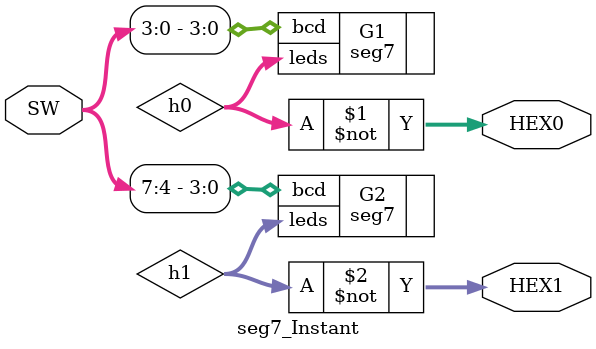
<source format=sv>
module seg7_Instant(SW, HEX1, HEX0);
	output logic [6:0] HEX1, HEX0;
	input logic [7:0] SW;
	logic [6:0] h0, h1;
	
	seg7 G1 (.bcd(SW[3:0]), .leds(h0));
	seg7 G2 (.bcd(SW[7:4]), .leds(h1));
	
	assign HEX0 = ~h0;
	assign HEX1 = ~h1;
	
endmodule

</source>
